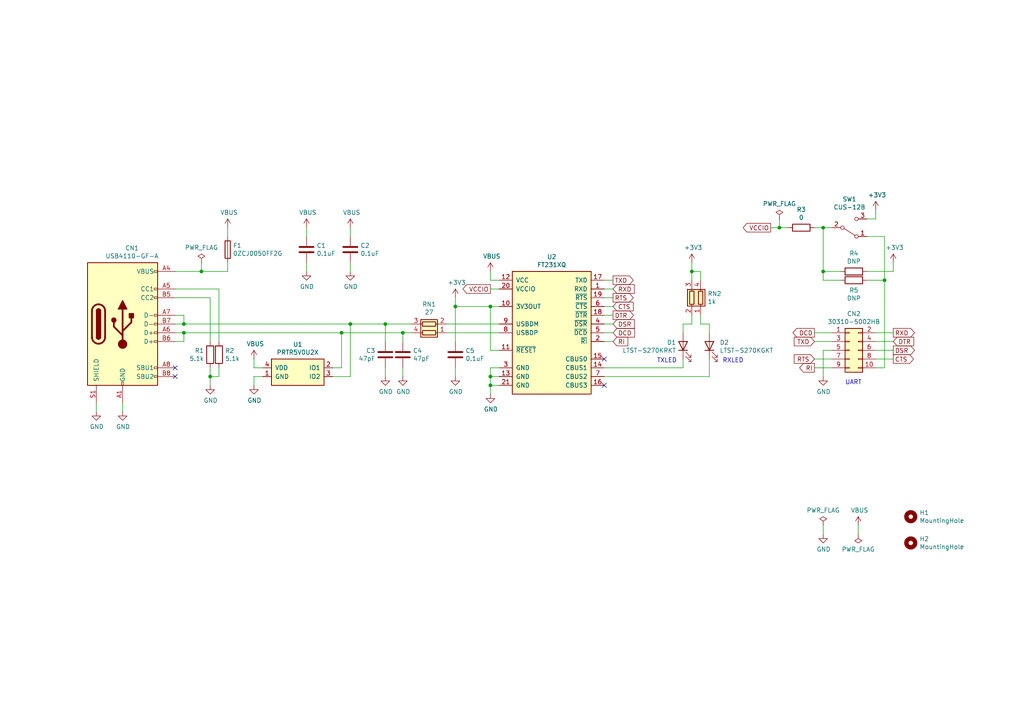
<source format=kicad_sch>
(kicad_sch (version 20230121) (generator eeschema)
  (paper "A4")
  (title_block (title "USB UART") (date "2019-12-30") (rev "2"))
  (lib_symbols
    (symbol "Connector_Generic:Conn_02x05_Odd_Even" (pin_names (offset 1.016) hide)
      (property "Reference" "J" (at 1.27 7.62 0))
      (property "Value" "Conn_02x05_Odd_Even" (at 1.27 -7.62 0))
      (symbol "Conn_02x05_Odd_Even_1_1"
        (rectangle (start -1.27 -4.953) (end 0 -5.207) (stroke (width 0.1524)))
        (rectangle (start -1.27 -2.413) (end 0 -2.667) (stroke (width 0.1524)))
        (rectangle (start -1.27 0.127) (end 0 -0.127) (stroke (width 0.1524)))
        (rectangle (start -1.27 2.667) (end 0 2.413) (stroke (width 0.1524)))
        (rectangle (start -1.27 5.207) (end 0 4.953) (stroke (width 0.1524)))
        (rectangle (start -1.27 6.35) (end 3.81 -6.35) (stroke (width 0.254)) (fill (type background)))
        (rectangle (start 3.81 -4.953) (end 2.54 -5.207) (stroke (width 0.1524)))
        (rectangle (start 3.81 -2.413) (end 2.54 -2.667) (stroke (width 0.1524)))
        (rectangle (start 3.81 0.127) (end 2.54 -0.127) (stroke (width 0.1524)))
        (rectangle (start 3.81 2.667) (end 2.54 2.413) (stroke (width 0.1524)))
        (rectangle (start 3.81 5.207) (end 2.54 4.953) (stroke (width 0.1524)))
        (pin passive line (at -5.08 5.08 0) (length 3.81) (name "Pin_1") (number "1"))
        (pin passive line (at 7.62 -5.08 180) (length 3.81) (name "Pin_10") (number "10"))
        (pin passive line (at 7.62 5.08 180) (length 3.81) (name "Pin_2") (number "2"))
        (pin passive line (at -5.08 2.54 0) (length 3.81) (name "Pin_3") (number "3"))
        (pin passive line (at 7.62 2.54 180) (length 3.81) (name "Pin_4") (number "4"))
        (pin passive line (at -5.08 0 0) (length 3.81) (name "Pin_5") (number "5"))
        (pin passive line (at 7.62 0 180) (length 3.81) (name "Pin_6") (number "6"))
        (pin passive line (at -5.08 -2.54 0) (length 3.81) (name "Pin_7") (number "7"))
        (pin passive line (at 7.62 -2.54 180) (length 3.81) (name "Pin_8") (number "8"))
        (pin passive line (at -5.08 -5.08 0) (length 3.81) (name "Pin_9") (number "9"))
      )
    )
    (symbol "Device:C" (pin_numbers hide) (pin_names (offset 0.254))
      (property "Reference" "C" (at 0.635 2.54 0))
      (property "Value" "C" (at 0.635 -2.54 0))
      (symbol "C_0_1"
        (polyline (pts (xy -2.032 -0.762) (xy 2.032 -0.762)) (stroke (width 0.508)))
        (polyline (pts (xy -2.032 0.762) (xy 2.032 0.762)) (stroke (width 0.508)))
      )
      (symbol "C_1_1"
        (pin passive line (at 0 3.81 270) (length 2.794) (name "~") (number "1"))
        (pin passive line (at 0 -3.81 90) (length 2.794) (name "~") (number "2"))
      )
    )
    (symbol "Device:Fuse" (pin_numbers hide) (pin_names (offset 0))
      (property "Reference" "F" (at 2.032 0 90))
      (property "Value" "Fuse" (at -1.905 0 90))
      (symbol "Fuse_0_1"
        (rectangle (start -0.762 -2.54) (end 0.762 2.54) (stroke (width 0.254)))
        (polyline (pts (xy 0 2.54) (xy 0 -2.54)))
      )
      (symbol "Fuse_1_1"
        (pin passive line (at 0 3.81 270) (length 1.27) (name "~") (number "1"))
        (pin passive line (at 0 -3.81 90) (length 1.27) (name "~") (number "2"))
      )
    )
    (symbol "Device:LED" (pin_numbers hide) (pin_names (offset 1.016) hide)
      (property "Reference" "D" (at 0 2.54 0))
      (property "Value" "LED" (at 0 -2.54 0))
      (symbol "LED_0_1"
        (polyline (pts (xy -1.27 -1.27) (xy -1.27 1.27)) (stroke (width 0.254)))
        (polyline (pts (xy -1.27 0) (xy 1.27 0)))
        (polyline (pts (xy 1.27 -1.27) (xy 1.27 1.27) (xy -1.27 0) (xy 1.27 -1.27)) (stroke (width 0.254)))
        (polyline (pts (xy -3.048 -0.762) (xy -4.572 -2.286) (xy -3.81 -2.286) (xy -4.572 -2.286) (xy -4.572 -1.524)))
        (polyline (pts (xy -1.778 -0.762) (xy -3.302 -2.286) (xy -2.54 -2.286) (xy -3.302 -2.286) (xy -3.302 -1.524)))
      )
      (symbol "LED_1_1"
        (pin passive line (at -3.81 0 0) (length 2.54) (name "K") (number "1"))
        (pin passive line (at 3.81 0 180) (length 2.54) (name "A") (number "2"))
      )
    )
    (symbol "Device:R" (pin_numbers hide) (pin_names (offset 0))
      (property "Reference" "R" (at 2.032 0 90))
      (property "Value" "R" (at 0 0 90))
      (symbol "R_0_1"
        (rectangle (start -1.016 -2.54) (end 1.016 2.54) (stroke (width 0.254)))
      )
      (symbol "R_1_1"
        (pin passive line (at 0 3.81 270) (length 1.27) (name "~") (number "1"))
        (pin passive line (at 0 -3.81 90) (length 1.27) (name "~") (number "2"))
      )
    )
    (symbol "Device:R_Pack02" (pin_names (offset 0) hide)
      (property "Reference" "RN" (at -5.08 0 90))
      (property "Value" "R_Pack02" (at 2.54 0 90))
      (symbol "R_Pack02_0_1"
        (rectangle (start -3.81 -2.413) (end 1.27 2.413) (stroke (width 0.254)) (fill (type background)))
        (rectangle (start -3.175 1.905) (end -1.905 -1.905) (stroke (width 0.254)))
        (rectangle (start -0.635 1.905) (end 0.635 -1.905) (stroke (width 0.254)))
        (polyline (pts (xy -2.54 -2.54) (xy -2.54 -1.905)))
        (polyline (pts (xy -2.54 1.905) (xy -2.54 2.54)))
        (polyline (pts (xy 0 -2.54) (xy 0 -1.905)))
        (polyline (pts (xy 0 1.905) (xy 0 2.54)))
      )
      (symbol "R_Pack02_1_1"
        (pin passive line (at -2.54 -5.08 90) (length 2.54) (name "R1.1") (number "1"))
        (pin passive line (at 0 -5.08 90) (length 2.54) (name "R2.1") (number "2"))
        (pin passive line (at 0 5.08 270) (length 2.54) (name "R2.2") (number "3"))
        (pin passive line (at -2.54 5.08 270) (length 2.54) (name "R1.2") (number "4"))
      )
    )
    (symbol "FTDI:FT231XQ" (pin_names (offset 1.016))
      (property "Reference" "U" (at -11.43 19.05 0))
      (property "Value" "FT231XQ" (at 11.43 19.05 0))
      (symbol "FT231XQ_0_1"
        (rectangle (start -11.43 17.78) (end 11.43 -17.78) (stroke (width 0.254)) (fill (type background)))
      )
      (symbol "FT231XQ_1_1"
        (pin input line (at 15.24 12.7 180) (length 3.81) (name "RXD") (number "1"))
        (pin power_out line (at -15.24 7.62 0) (length 3.81) (name "3V3OUT") (number "10"))
        (pin input line (at -15.24 -5.08 0) (length 3.81) (name "~{RESET}") (number "11"))
        (pin power_in line (at -15.24 15.24 0) (length 3.81) (name "VCC") (number "12"))
        (pin power_in line (at -15.24 -12.7 0) (length 3.81) (name "GND") (number "13"))
        (pin bidirectional line (at 15.24 -10.16 180) (length 3.81) (name "CBUS1") (number "14"))
        (pin bidirectional line (at 15.24 -7.62 180) (length 3.81) (name "CBUS0") (number "15"))
        (pin bidirectional line (at 15.24 -15.24 180) (length 3.81) (name "CBUS3") (number "16"))
        (pin output line (at 15.24 15.24 180) (length 3.81) (name "TXD") (number "17"))
        (pin output line (at 15.24 5.08 180) (length 3.81) (name "~{DTR}") (number "18"))
        (pin output line (at 15.24 10.16 180) (length 3.81) (name "~{RTS}") (number "19"))
        (pin input line (at 15.24 -2.54 180) (length 3.81) (name "~{RI}") (number "2"))
        (pin power_in line (at -15.24 12.7 0) (length 3.81) (name "VCCIO") (number "20"))
        (pin power_in line (at -15.24 -15.24 0) (length 3.81) (name "GND") (number "21"))
        (pin power_in line (at -15.24 -10.16 0) (length 3.81) (name "GND") (number "3"))
        (pin input line (at 15.24 2.54 180) (length 3.81) (name "~{DSR}") (number "4"))
        (pin input line (at 15.24 0 180) (length 3.81) (name "~{DCD}") (number "5"))
        (pin input line (at 15.24 7.62 180) (length 3.81) (name "~{CTS}") (number "6"))
        (pin bidirectional line (at 15.24 -12.7 180) (length 3.81) (name "CBUS2") (number "7"))
        (pin bidirectional line (at -15.24 0 0) (length 3.81) (name "USBDP") (number "8"))
        (pin bidirectional line (at -15.24 2.54 0) (length 3.81) (name "USBDM") (number "9"))
      )
    )
    (symbol "Mechanical:MountingHole" (pin_names (offset 1.016))
      (property "Reference" "H" (at 0 5.08 0))
      (property "Value" "MountingHole" (at 0 3.175 0))
      (symbol "MountingHole_0_1"
        (circle (center 0 0) (radius 1.27) (stroke (width 1.27)))
      )
    )
    (symbol "Nexperia:PRTR5V0U2X" (pin_names (offset 1.016))
      (property "Reference" "U" (at -7.62 3.81 0))
      (property "Value" "PRTR5V0U2X" (at 7.62 3.81 0))
      (symbol "PRTR5V0U2X_0_1"
        (rectangle (start -7.62 2.54) (end 7.62 -5.08) (stroke (width 0.254)) (fill (type background)))
      )
      (symbol "PRTR5V0U2X_1_1"
        (pin power_in line (at -10.16 -2.54 0) (length 2.54) (name "GND") (number "1"))
        (pin input line (at 10.16 0 180) (length 2.54) (name "IO1") (number "2"))
        (pin input line (at 10.16 -2.54 180) (length 2.54) (name "IO2") (number "3"))
        (pin power_in line (at -10.16 0 0) (length 2.54) (name "VDD") (number "4"))
      )
    )
    (symbol "Switch:SW_SPDT" (pin_names (offset 0) hide)
      (property "Reference" "SW" (at 0 4.318 0))
      (property "Value" "SW_SPDT" (at 0 -5.08 0))
      (symbol "SW_SPDT_0_0"
        (circle (center -2.032 0) (radius 0.508))
        (circle (center 2.032 -2.54) (radius 0.508))
      )
      (symbol "SW_SPDT_0_1"
        (polyline (pts (xy -1.524 0.254) (xy 1.651 2.286)))
        (circle (center 2.032 2.54) (radius 0.508))
      )
      (symbol "SW_SPDT_1_1"
        (pin passive line (at 5.08 2.54 180) (length 2.54) (name "A") (number "1"))
        (pin passive line (at -5.08 0 0) (length 2.54) (name "B") (number "2"))
        (pin passive line (at 5.08 -2.54 180) (length 2.54) (name "C") (number "3"))
      )
    )
    (symbol "power:+3V3" (power) (pin_names (offset 0))
      (property "Value" "+3V3" (at 0 3.556 0))
      (symbol "+3V3_0_1"
        (polyline (pts (xy -0.762 1.27) (xy 0 2.54)))
        (polyline (pts (xy 0 0) (xy 0 2.54)))
        (polyline (pts (xy 0 2.54) (xy 0.762 1.27)))
      )
      (symbol "+3V3_1_1"
        (pin power_in line (at 0 0 90) (length 0) hide (name "+3V3") (number "1"))
      )
    )
    (symbol "power:GND" (power) (pin_names (offset 0))
      (property "Value" "GND" (at 0 -3.81 0))
      (symbol "GND_0_1"
        (polyline (pts (xy 0 0) (xy 0 -1.27) (xy 1.27 -1.27) (xy 0 -2.54) (xy -1.27 -1.27) (xy 0 -1.27)))
      )
      (symbol "GND_1_1"
        (pin power_in line (at 0 0 270) (length 0) hide (name "GND") (number "1"))
      )
    )
    (symbol "power:PWR_FLAG" (power) (pin_numbers hide) (pin_names (offset 0) hide)
      (property "Value" "PWR_FLAG" (at 0 3.81 0))
      (symbol "PWR_FLAG_0_0"
        (pin power_out line (at 0 0 90) (length 0) (name "pwr") (number "1"))
      )
      (symbol "PWR_FLAG_0_1"
        (polyline (pts (xy 0 0) (xy 0 1.27) (xy -1.016 1.905) (xy 0 2.54) (xy 1.016 1.905) (xy 0 1.27)))
      )
    )
    (symbol "power:VBUS" (power) (pin_names (offset 0))
      (property "Value" "VBUS" (at 0 3.81 0))
      (symbol "VBUS_0_1"
        (polyline (pts (xy -0.762 1.27) (xy 0 2.54)))
        (polyline (pts (xy 0 0) (xy 0 2.54)))
        (polyline (pts (xy 0 2.54) (xy 0.762 1.27)))
      )
      (symbol "VBUS_1_1"
        (pin power_in line (at 0 0 90) (length 0) hide (name "VBUS") (number "1"))
      )
    )
    (symbol "usb-uart-rescue:USB_C_Receptacle_USB2.0-Connector" (pin_names (offset 1.016))
      (property "Reference" "J" (at -10.16 19.05 0))
      (property "Value" "Connector_USB_C_Receptacle_USB2.0" (at 19.05 19.05 0))
      (symbol "USB_C_Receptacle_USB2.0-Connector_0_0"
        (rectangle (start -0.254 -17.78) (end 0.254 -16.764))
        (rectangle (start 10.16 -14.986) (end 9.144 -15.494))
        (rectangle (start 10.16 -12.446) (end 9.144 -12.954))
        (rectangle (start 10.16 -4.826) (end 9.144 -5.334))
        (rectangle (start 10.16 -2.286) (end 9.144 -2.794))
        (rectangle (start 10.16 0.254) (end 9.144 -0.254))
        (rectangle (start 10.16 2.794) (end 9.144 2.286))
        (rectangle (start 10.16 7.874) (end 9.144 7.366))
        (rectangle (start 10.16 10.414) (end 9.144 9.906))
        (rectangle (start 10.16 15.494) (end 9.144 14.986))
      )
      (symbol "USB_C_Receptacle_USB2.0-Connector_0_1"
        (rectangle (start -10.16 17.78) (end 10.16 -17.78) (stroke (width 0.254)) (fill (type background)))
        (arc (start -8.89 -3.81) (mid -6.985 -5.7067) (end -5.08 -3.81) (stroke (width 0.508)))
        (arc (start -7.62 -3.81) (mid -6.985 -4.4423) (end -6.35 -3.81) (stroke (width 0.254)))
        (arc (start -7.62 -3.81) (mid -6.985 -4.4423) (end -6.35 -3.81) (stroke (width 0.254)) (fill (type outline)))
        (rectangle (start -7.62 -3.81) (end -6.35 3.81) (stroke (width 0.254)) (fill (type outline)))
        (arc (start -6.35 3.81) (mid -6.985 4.4423) (end -7.62 3.81) (stroke (width 0.254)))
        (arc (start -6.35 3.81) (mid -6.985 4.4423) (end -7.62 3.81) (stroke (width 0.254)) (fill (type outline)))
        (arc (start -5.08 3.81) (mid -6.985 5.7067) (end -8.89 3.81) (stroke (width 0.508)))
        (circle (center -2.54 1.143) (radius 0.635) (stroke (width 0.254)) (fill (type outline)))
        (circle (center 0 -5.842) (radius 1.27) (fill (type outline)))
        (polyline (pts (xy -8.89 -3.81) (xy -8.89 3.81)) (stroke (width 0.508)))
        (polyline (pts (xy -5.08 3.81) (xy -5.08 -3.81)) (stroke (width 0.508)))
        (polyline (pts (xy 0 -5.842) (xy 0 4.318)) (stroke (width 0.508)))
        (polyline (pts (xy 0 -3.302) (xy -2.54 -0.762) (xy -2.54 0.508)) (stroke (width 0.508)))
        (polyline (pts (xy 0 -2.032) (xy 2.54 0.508) (xy 2.54 1.778)) (stroke (width 0.508)))
        (polyline (pts (xy -1.27 4.318) (xy 0 6.858) (xy 1.27 4.318) (xy -1.27 4.318)) (stroke (width 0.254)) (fill (type outline)))
        (rectangle (start 1.905 1.778) (end 3.175 3.048) (stroke (width 0.254)) (fill (type outline)))
      )
      (symbol "USB_C_Receptacle_USB2.0-Connector_1_1"
        (pin power_in line (at 0 -22.86 90) (length 5.08) (name "GND") (number "A1"))
        (pin passive line (at 0 -22.86 90) (length 5.08) hide (name "GND") (number "A12"))
        (pin power_in line (at 15.24 15.24 180) (length 5.08) (name "VBUS") (number "A4"))
        (pin bidirectional line (at 15.24 10.16 180) (length 5.08) (name "CC1") (number "A5"))
        (pin bidirectional line (at 15.24 -2.54 180) (length 5.08) (name "D+") (number "A6"))
        (pin bidirectional line (at 15.24 2.54 180) (length 5.08) (name "D-") (number "A7"))
        (pin bidirectional line (at 15.24 -12.7 180) (length 5.08) (name "SBU1") (number "A8"))
        (pin passive line (at 15.24 15.24 180) (length 5.08) hide (name "VBUS") (number "A9"))
        (pin passive line (at 0 -22.86 90) (length 5.08) hide (name "GND") (number "B1"))
        (pin passive line (at 0 -22.86 90) (length 5.08) hide (name "GND") (number "B12"))
        (pin passive line (at 15.24 15.24 180) (length 5.08) hide (name "VBUS") (number "B4"))
        (pin bidirectional line (at 15.24 7.62 180) (length 5.08) (name "CC2") (number "B5"))
        (pin bidirectional line (at 15.24 -5.08 180) (length 5.08) (name "D+") (number "B6"))
        (pin bidirectional line (at 15.24 0 180) (length 5.08) (name "D-") (number "B7"))
        (pin bidirectional line (at 15.24 -15.24 180) (length 5.08) (name "SBU2") (number "B8"))
        (pin passive line (at 15.24 15.24 180) (length 5.08) hide (name "VBUS") (number "B9"))
        (pin passive line (at -7.62 -22.86 90) (length 5.08) (name "SHIELD") (number "S1"))
      )
    )
  )
  (junction (at 142.24 109.22))
  (junction (at 238.76 78.74))
  (junction (at 142.24 111.76))
  (junction (at 99.06 96.52))
  (junction (at 60.96 109.22))
  (junction (at 53.34 93.98))
  (junction (at 116.84 96.52))
  (junction (at 101.6 93.98))
  (junction (at 226.06 66.04))
  (junction (at 132.08 88.9))
  (junction (at 142.24 88.9))
  (junction (at 256.54 81.28))
  (junction (at 238.76 66.04))
  (junction (at 111.76 93.98))
  (junction (at 200.66 78.74))
  (junction (at 58.42 78.74))
  (junction (at 53.34 96.52))
  (no_connect (at 175.26 104.14))
  (no_connect (at 175.26 111.76))
  (no_connect (at 50.8 109.22))
  (no_connect (at 50.8 106.68))
  (wire (pts (xy 198.12 106.68) (xy 198.12 104.14)))
  (wire (pts (xy 66.04 76.2) (xy 66.04 78.74)))
  (wire (pts (xy 132.08 109.22) (xy 132.08 106.68)))
  (wire (pts (xy 203.2 93.98) (xy 205.74 93.98)))
  (wire (pts (xy 144.78 111.76) (xy 142.24 111.76)))
  (wire (pts (xy 200.66 76.2) (xy 200.66 78.74)))
  (wire (pts (xy 248.92 152.4) (xy 248.92 154.94)))
  (wire (pts (xy 226.06 63.5) (xy 226.06 66.04)))
  (wire (pts (xy 241.3 96.52) (xy 236.22 96.52)))
  (wire (pts (xy 60.96 86.36) (xy 60.96 99.06)))
  (wire (pts (xy 226.06 66.04) (xy 228.6 66.04)))
  (wire (pts (xy 238.76 66.04) (xy 241.3 66.04)))
  (wire (pts (xy 73.66 106.68) (xy 73.66 104.14)))
  (wire (pts (xy 203.2 91.44) (xy 203.2 93.98)))
  (wire (pts (xy 175.26 86.36) (xy 177.8 86.36)))
  (wire (pts (xy 142.24 101.6) (xy 144.78 101.6)))
  (wire (pts (xy 241.3 101.6) (xy 238.76 101.6)))
  (wire (pts (xy 53.34 96.52) (xy 99.06 96.52)))
  (wire (pts (xy 205.74 93.98) (xy 205.74 96.52)))
  (wire (pts (xy 60.96 106.68) (xy 60.96 109.22)))
  (wire (pts (xy 88.9 66.04) (xy 88.9 68.58)))
  (wire (pts (xy 144.78 106.68) (xy 142.24 106.68)))
  (wire (pts (xy 53.34 93.98) (xy 101.6 93.98)))
  (wire (pts (xy 175.26 91.44) (xy 177.8 91.44)))
  (wire (pts (xy 238.76 101.6) (xy 238.76 109.22)))
  (wire (pts (xy 76.2 106.68) (xy 73.66 106.68)))
  (wire (pts (xy 142.24 81.28) (xy 144.78 81.28)))
  (wire (pts (xy 111.76 93.98) (xy 111.76 99.06)))
  (wire (pts (xy 129.54 93.98) (xy 144.78 93.98)))
  (wire (pts (xy 175.26 96.52) (xy 177.8 96.52)))
  (wire (pts (xy 198.12 93.98) (xy 198.12 96.52)))
  (wire (pts (xy 254 106.68) (xy 256.54 106.68)))
  (wire (pts (xy 223.52 66.04) (xy 226.06 66.04)))
  (wire (pts (xy 144.78 88.9) (xy 142.24 88.9)))
  (wire (pts (xy 175.26 83.82) (xy 177.8 83.82)))
  (wire (pts (xy 50.8 78.74) (xy 58.42 78.74)))
  (wire (pts (xy 50.8 91.44) (xy 53.34 91.44)))
  (wire (pts (xy 101.6 93.98) (xy 101.6 109.22)))
  (wire (pts (xy 27.94 116.84) (xy 27.94 119.38)))
  (wire (pts (xy 96.52 109.22) (xy 101.6 109.22)))
  (wire (pts (xy 60.96 109.22) (xy 60.96 111.76)))
  (wire (pts (xy 73.66 109.22) (xy 73.66 111.76)))
  (wire (pts (xy 254 60.96) (xy 254 63.5)))
  (wire (pts (xy 53.34 93.98) (xy 50.8 93.98)))
  (wire (pts (xy 50.8 96.52) (xy 53.34 96.52)))
  (wire (pts (xy 175.26 106.68) (xy 198.12 106.68)))
  (wire (pts (xy 254 63.5) (xy 251.46 63.5)))
  (wire (pts (xy 96.52 106.68) (xy 99.06 106.68)))
  (wire (pts (xy 175.26 88.9) (xy 177.8 88.9)))
  (wire (pts (xy 241.3 99.06) (xy 236.22 99.06)))
  (wire (pts (xy 236.22 66.04) (xy 238.76 66.04)))
  (wire (pts (xy 101.6 93.98) (xy 111.76 93.98)))
  (wire (pts (xy 99.06 96.52) (xy 116.84 96.52)))
  (wire (pts (xy 142.24 88.9) (xy 132.08 88.9)))
  (wire (pts (xy 200.66 78.74) (xy 203.2 78.74)))
  (wire (pts (xy 142.24 88.9) (xy 142.24 101.6)))
  (wire (pts (xy 175.26 109.22) (xy 205.74 109.22)))
  (wire (pts (xy 132.08 88.9) (xy 132.08 99.06)))
  (wire (pts (xy 256.54 68.58) (xy 256.54 81.28)))
  (wire (pts (xy 142.24 78.74) (xy 142.24 81.28)))
  (wire (pts (xy 35.56 116.84) (xy 35.56 119.38)))
  (wire (pts (xy 53.34 99.06) (xy 50.8 99.06)))
  (wire (pts (xy 63.5 106.68) (xy 63.5 109.22)))
  (wire (pts (xy 111.76 93.98) (xy 119.38 93.98)))
  (wire (pts (xy 63.5 109.22) (xy 60.96 109.22)))
  (wire (pts (xy 58.42 76.2) (xy 58.42 78.74)))
  (wire (pts (xy 254 101.6) (xy 259.08 101.6)))
  (wire (pts (xy 236.22 106.68) (xy 241.3 106.68)))
  (wire (pts (xy 63.5 83.82) (xy 63.5 99.06)))
  (wire (pts (xy 58.42 78.74) (xy 66.04 78.74)))
  (wire (pts (xy 251.46 78.74) (xy 259.08 78.74)))
  (wire (pts (xy 53.34 96.52) (xy 53.34 99.06)))
  (wire (pts (xy 203.2 78.74) (xy 203.2 81.28)))
  (wire (pts (xy 238.76 81.28) (xy 243.84 81.28)))
  (wire (pts (xy 175.26 93.98) (xy 177.8 93.98)))
  (wire (pts (xy 144.78 109.22) (xy 142.24 109.22)))
  (wire (pts (xy 241.3 104.14) (xy 236.22 104.14)))
  (wire (pts (xy 251.46 68.58) (xy 256.54 68.58)))
  (wire (pts (xy 111.76 106.68) (xy 111.76 109.22)))
  (wire (pts (xy 177.8 99.06) (xy 175.26 99.06)))
  (wire (pts (xy 200.66 91.44) (xy 200.66 93.98)))
  (wire (pts (xy 238.76 154.94) (xy 238.76 152.4)))
  (wire (pts (xy 142.24 111.76) (xy 142.24 114.3)))
  (wire (pts (xy 129.54 96.52) (xy 144.78 96.52)))
  (wire (pts (xy 205.74 109.22) (xy 205.74 104.14)))
  (wire (pts (xy 142.24 109.22) (xy 142.24 111.76)))
  (wire (pts (xy 238.76 78.74) (xy 238.76 81.28)))
  (wire (pts (xy 76.2 109.22) (xy 73.66 109.22)))
  (wire (pts (xy 99.06 106.68) (xy 99.06 96.52)))
  (wire (pts (xy 238.76 66.04) (xy 238.76 78.74)))
  (wire (pts (xy 53.34 91.44) (xy 53.34 93.98)))
  (wire (pts (xy 254 96.52) (xy 259.08 96.52)))
  (wire (pts (xy 101.6 66.04) (xy 101.6 68.58)))
  (wire (pts (xy 66.04 66.04) (xy 66.04 68.58)))
  (wire (pts (xy 142.24 106.68) (xy 142.24 109.22)))
  (wire (pts (xy 116.84 106.68) (xy 116.84 109.22)))
  (wire (pts (xy 101.6 76.2) (xy 101.6 78.74)))
  (wire (pts (xy 251.46 81.28) (xy 256.54 81.28)))
  (wire (pts (xy 254 104.14) (xy 259.08 104.14)))
  (wire (pts (xy 200.66 93.98) (xy 198.12 93.98)))
  (wire (pts (xy 256.54 81.28) (xy 256.54 106.68)))
  (wire (pts (xy 116.84 96.52) (xy 119.38 96.52)))
  (wire (pts (xy 175.26 81.28) (xy 177.8 81.28)))
  (wire (pts (xy 200.66 78.74) (xy 200.66 81.28)))
  (wire (pts (xy 50.8 86.36) (xy 60.96 86.36)))
  (wire (pts (xy 254 99.06) (xy 259.08 99.06)))
  (wire (pts (xy 88.9 76.2) (xy 88.9 78.74)))
  (wire (pts (xy 50.8 83.82) (xy 63.5 83.82)))
  (wire (pts (xy 238.76 78.74) (xy 243.84 78.74)))
  (wire (pts (xy 132.08 86.36) (xy 132.08 88.9)))
  (wire (pts (xy 116.84 96.52) (xy 116.84 99.06)))
  (wire (pts (xy 259.08 76.2) (xy 259.08 78.74)))
  (wire (pts (xy 142.24 83.82) (xy 144.78 83.82)))
  (text "UART" (at 245.11 111.76 0) (effects (font (size 1.27 1.27)) (justify left bottom)))
  (text "RXLED" (at 209.55 105.41 0) (effects (font (size 1.27 1.27)) (justify left bottom)))
  (text "TXLED" (at 190.5 105.41 0) (effects (font (size 1.27 1.27)) (justify left bottom)))
  (global_label "DTR" (shape output) (at 177.8 91.44 0) (property "Intersheetrefs" "${INTERSHEET_REFS}" (effects hide)))
  (global_label "TXD" (shape input) (at 236.22 99.06 180) (property "Intersheetrefs" "${INTERSHEET_REFS}" (effects hide)))
  (global_label "RI" (shape input) (at 177.8 99.06 0) (property "Intersheetrefs" "${INTERSHEET_REFS}" (effects hide)))
  (global_label "RTS" (shape output) (at 177.8 86.36 0) (property "Intersheetrefs" "${INTERSHEET_REFS}" (effects hide)))
  (global_label "RI" (shape output) (at 236.22 106.68 180) (property "Intersheetrefs" "${INTERSHEET_REFS}" (effects hide)))
  (global_label "DTR" (shape input) (at 259.08 99.06 0) (property "Intersheetrefs" "${INTERSHEET_REFS}" (effects hide)))
  (global_label "CTS" (shape output) (at 259.08 104.14 0) (property "Intersheetrefs" "${INTERSHEET_REFS}" (effects hide)))
  (global_label "RXD" (shape input) (at 177.8 83.82 0) (property "Intersheetrefs" "${INTERSHEET_REFS}" (effects hide)))
  (global_label "VCCIO" (shape output) (at 142.24 83.82 180) (property "Intersheetrefs" "${INTERSHEET_REFS}" (effects hide)))
  (global_label "DCD" (shape input) (at 177.8 96.52 0) (property "Intersheetrefs" "${INTERSHEET_REFS}" (effects hide)))
  (global_label "DSR" (shape input) (at 177.8 93.98 0) (property "Intersheetrefs" "${INTERSHEET_REFS}" (effects hide)))
  (global_label "DCD" (shape output) (at 236.22 96.52 180) (property "Intersheetrefs" "${INTERSHEET_REFS}" (effects hide)))
  (global_label "DSR" (shape output) (at 259.08 101.6 0) (property "Intersheetrefs" "${INTERSHEET_REFS}" (effects hide)))
  (global_label "TXD" (shape output) (at 177.8 81.28 0) (property "Intersheetrefs" "${INTERSHEET_REFS}" (effects hide)))
  (global_label "RTS" (shape input) (at 236.22 104.14 180) (property "Intersheetrefs" "${INTERSHEET_REFS}" (effects hide)))
  (global_label "RXD" (shape output) (at 259.08 96.52 0) (property "Intersheetrefs" "${INTERSHEET_REFS}" (effects hide)))
  (global_label "VCCIO" (shape output) (at 223.52 66.04 180) (property "Intersheetrefs" "${INTERSHEET_REFS}" (effects hide)))
  (global_label "CTS" (shape input) (at 177.8 88.9 0) (property "Intersheetrefs" "${INTERSHEET_REFS}" (effects hide)))
  (symbol (lib_id "power:VBUS") (at 66.04 66.04 0) (unit 1)
    (property "Reference" "#PWR04" (effects hide))
    (property "Value" "VBUS" (at 66.421 61.6458 0))
  )
  (symbol (lib_id "Device:Fuse") (at 66.04 72.39 0) (unit 1)
    (property "Reference" "F1" (at 67.564 71.2216 0) (effects (justify left)))
    (property "Value" "0ZCJ0050FF2G" (at 67.564 73.533 0) (effects (justify left)))
    (property "Footprint" "Fuse:Fuse_1206_3216Metric" (effects hide))
  )
  (symbol (lib_id "Device:C") (at 111.76 102.87 0) (unit 1)
    (property "Reference" "C3" (at 108.8644 101.7016 0) (effects (justify right)))
    (property "Value" "47pF" (at 108.8644 104.013 0) (effects (justify right)))
    (property "Footprint" "Capacitor_SMD:C_0402_1005Metric" (effects hide))
  )
  (symbol (lib_id "Device:C") (at 116.84 102.87 0) (unit 1)
    (property "Reference" "C4" (at 119.761 101.7016 0) (effects (justify left)))
    (property "Value" "47pF" (at 119.761 104.013 0) (effects (justify left)))
    (property "Footprint" "Capacitor_SMD:C_0402_1005Metric" (effects hide))
  )
  (symbol (lib_id "power:GND") (at 111.76 109.22 0) (unit 1)
    (property "Reference" "#PWR011" (effects hide))
    (property "Value" "GND" (at 111.887 113.6142 0))
  )
  (symbol (lib_id "power:GND") (at 116.84 109.22 0) (unit 1)
    (property "Reference" "#PWR012" (effects hide))
    (property "Value" "GND" (at 116.967 113.6142 0))
  )
  (symbol (lib_id "Device:C") (at 88.9 72.39 0) (unit 1)
    (property "Reference" "C1" (at 91.821 71.2216 0) (effects (justify left)))
    (property "Value" "0.1uF" (at 91.821 73.533 0) (effects (justify left)))
    (property "Footprint" "Capacitor_SMD:C_0402_1005Metric" (effects hide))
  )
  (symbol (lib_id "power:GND") (at 88.9 78.74 0) (unit 1)
    (property "Reference" "#PWR08" (effects hide))
    (property "Value" "GND" (at 89.027 83.1342 0))
  )
  (symbol (lib_id "Mechanical:MountingHole") (at 264.16 149.86 0) (unit 1)
    (property "Reference" "H1" (at 266.7 148.6916 0) (effects (justify left)))
    (property "Value" "MountingHole" (at 266.7 151.003 0) (effects (justify left)))
    (property "Footprint" "MountingHole:MountingHole_2.2mm_M2" (effects hide))
  )
  (symbol (lib_id "Mechanical:MountingHole") (at 264.16 157.48 0) (unit 1)
    (property "Reference" "H2" (at 266.7 156.3116 0) (effects (justify left)))
    (property "Value" "MountingHole" (at 266.7 158.623 0) (effects (justify left)))
    (property "Footprint" "MountingHole:MountingHole_2.2mm_M2" (effects hide))
  )
  (symbol (lib_id "Device:C") (at 132.08 102.87 180) (unit 1)
    (property "Reference" "C5" (at 135.001 101.7016 0) (effects (justify right)))
    (property "Value" "0.1uF" (at 135.001 104.013 0) (effects (justify right)))
    (property "Footprint" "Capacitor_SMD:C_0402_1005Metric" (effects hide))
  )
  (symbol (lib_id "power:GND") (at 132.08 109.22 0) (unit 1)
    (property "Reference" "#PWR014" (effects hide))
    (property "Value" "GND" (at 132.207 113.6142 0))
  )
  (symbol (lib_id "Device:LED") (at 205.74 100.33 90) (unit 1)
    (property "Reference" "D2" (at 208.7372 99.3394 90) (effects (justify right)))
    (property "Value" "LTST-S270KGKT" (at 208.7372 101.6508 90) (effects (justify right)))
    (property "Footprint" "LED_SMD:LED_0603_1608Metric" (effects hide))
  )
  (symbol (lib_id "power:PWR_FLAG") (at 248.92 154.94 180) (unit 1)
    (property "Reference" "#FLG04" (effects hide))
    (property "Value" "PWR_FLAG" (at 248.92 159.3342 0))
  )
  (symbol (lib_id "Device:LED") (at 198.12 100.33 90) (unit 1)
    (property "Reference" "D1" (at 196.1134 99.3394 90) (effects (justify left)))
    (property "Value" "LTST-S270KRKT" (at 196.1134 101.6508 90) (effects (justify left)))
    (property "Footprint" "LED_SMD:LED_0603_1608Metric" (effects hide))
  )
  (symbol (lib_id "power:GND") (at 73.66 111.76 0) (unit 1)
    (property "Reference" "#PWR06" (effects hide))
    (property "Value" "GND" (at 73.787 116.1542 0))
  )
  (symbol (lib_id "Device:R_Pack02") (at 124.46 93.98 90) (unit 1)
    (property "Reference" "RN1" (at 124.46 88.265 90))
    (property "Value" "27" (at 124.46 90.5764 90))
    (property "Footprint" "Resistor_SMD:R_Array_Convex_2x0402" (effects hide))
  )
  (symbol (lib_id "power:PWR_FLAG") (at 226.06 63.5 0) (unit 1)
    (property "Reference" "#FLG02" (effects hide))
    (property "Value" "PWR_FLAG" (at 226.06 59.1058 0))
  )
  (symbol (lib_id "power:+3V3") (at 259.08 76.2 0) (unit 1)
    (property "Reference" "#PWR022" (effects hide))
    (property "Value" "+3V3" (at 259.461 71.8058 0))
  )
  (symbol (lib_id "power:GND") (at 101.6 78.74 0) (unit 1)
    (property "Reference" "#PWR010" (effects hide))
    (property "Value" "GND" (at 101.727 83.1342 0))
  )
  (symbol (lib_id "Device:C") (at 101.6 72.39 0) (unit 1)
    (property "Reference" "C2" (at 104.521 71.2216 0) (effects (justify left)))
    (property "Value" "0.1uF" (at 104.521 73.533 0) (effects (justify left)))
    (property "Footprint" "Capacitor_SMD:C_0402_1005Metric" (effects hide))
  )
  (symbol (lib_id "power:VBUS") (at 101.6 66.04 0) (unit 1)
    (property "Reference" "#PWR09" (effects hide))
    (property "Value" "VBUS" (at 101.981 61.6458 0))
  )
  (symbol (lib_id "Device:R") (at 247.65 78.74 90) (unit 1)
    (property "Reference" "R4" (at 247.65 73.4822 90))
    (property "Value" "DNP" (at 247.65 75.7936 90))
    (property "Footprint" "Resistor_SMD:R_0402_1005Metric" (effects hide))
  )
  (symbol (lib_id "Device:R") (at 247.65 81.28 90) (unit 1)
    (property "Reference" "R5" (at 247.65 84.201 90))
    (property "Value" "DNP" (at 247.65 86.5124 90))
    (property "Footprint" "Resistor_SMD:R_0402_1005Metric" (effects hide))
  )
  (symbol (lib_id "Device:R") (at 232.41 66.04 90) (unit 1)
    (property "Reference" "R3" (at 232.41 60.7822 90))
    (property "Value" "0" (at 232.41 63.0936 90))
    (property "Footprint" "Resistor_SMD:R_0402_1005Metric" (effects hide))
  )
  (symbol (lib_id "Connector_Generic:Conn_02x05_Odd_Even") (at 246.38 101.6 0) (unit 1)
    (property "Reference" "CN2" (at 247.65 91.0082 0))
    (property "Value" "30310-5002HB" (at 247.65 93.3196 0))
    (property "Footprint" "3M:30310-5002HB" (effects hide))
  )
  (symbol (lib_id "Switch:SW_SPDT") (at 246.38 66.04 0) (mirror x) (unit 1)
    (property "Reference" "SW1" (at 246.38 57.785 0))
    (property "Value" "CUS-12B" (at 246.38 60.0964 0))
    (property "Footprint" "NidecCopal:CUS-12B" (effects hide))
  )
  (symbol (lib_id "power:+3V3") (at 254 60.96 0) (unit 1)
    (property "Reference" "#PWR021" (effects hide))
    (property "Value" "+3V3" (at 254.381 56.5658 0))
  )
  (symbol (lib_id "Device:R") (at 60.96 102.87 180) (unit 1)
    (property "Reference" "R1" (at 59.182 101.7016 0) (effects (justify left)))
    (property "Value" "5.1k" (at 59.182 104.013 0) (effects (justify left)))
    (property "Footprint" "Resistor_SMD:R_0402_1005Metric" (effects hide))
  )
  (symbol (lib_id "power:GND") (at 238.76 109.22 0) (unit 1)
    (property "Reference" "#PWR018" (effects hide))
    (property "Value" "GND" (at 238.887 113.6142 0))
  )
  (symbol (lib_id "Device:R") (at 63.5 102.87 180) (unit 1)
    (property "Reference" "R2" (at 65.278 101.7016 0) (effects (justify right)))
    (property "Value" "5.1k" (at 65.278 104.013 0) (effects (justify right)))
    (property "Footprint" "Resistor_SMD:R_0402_1005Metric" (effects hide))
  )
  (symbol (lib_id "power:GND") (at 60.96 111.76 0) (unit 1)
    (property "Reference" "#PWR03" (effects hide))
    (property "Value" "GND" (at 61.087 116.1542 0))
  )
  (symbol (lib_id "usb-uart-rescue:USB_C_Receptacle_USB2.0-Connector") (at 35.56 93.98 0) (unit 1)
    (property "Reference" "CN1" (at 38.2778 71.9582 0))
    (property "Value" "USB4110-GF-A" (at 38.2778 74.2696 0))
    (property "Footprint" "GCT:USB4110-GF-A" (effects hide))
    (property "Datasheet" "https://www.usb.org/sites/default/files/documents/usb_type-c.zip" (effects hide))
  )
  (symbol (lib_id "power:GND") (at 35.56 119.38 0) (unit 1)
    (property "Reference" "#PWR02" (effects hide))
    (property "Value" "GND" (at 35.687 123.7742 0))
  )
  (symbol (lib_id "power:GND") (at 27.94 119.38 0) (unit 1)
    (property "Reference" "#PWR01" (effects hide))
    (property "Value" "GND" (at 28.067 123.7742 0))
  )
  (symbol (lib_id "power:VBUS") (at 73.66 104.14 0) (unit 1)
    (property "Reference" "#PWR05" (effects hide))
    (property "Value" "VBUS" (at 74.041 99.7458 0))
  )
  (symbol (lib_id "power:VBUS") (at 88.9 66.04 0) (unit 1)
    (property "Reference" "#PWR07" (effects hide))
    (property "Value" "VBUS" (at 89.281 61.6458 0))
  )
  (symbol (lib_id "power:VBUS") (at 248.92 152.4 0) (unit 1)
    (property "Reference" "#PWR020" (effects hide))
    (property "Value" "VBUS" (at 249.301 148.0058 0))
  )
  (symbol (lib_id "power:PWR_FLAG") (at 58.42 76.2 0) (unit 1)
    (property "Reference" "#FLG01" (effects hide))
    (property "Value" "PWR_FLAG" (at 58.42 71.8058 0))
  )
  (symbol (lib_id "power:GND") (at 238.76 154.94 0) (unit 1)
    (property "Reference" "#PWR019" (effects hide))
    (property "Value" "GND" (at 238.887 159.3342 0))
  )
  (symbol (lib_id "power:PWR_FLAG") (at 238.76 152.4 0) (unit 1)
    (property "Reference" "#FLG03" (effects hide))
    (property "Value" "PWR_FLAG" (at 238.76 148.0058 0))
  )
  (symbol (lib_id "Device:R_Pack02") (at 200.66 86.36 0) (mirror y) (unit 1)
    (property "Reference" "RN2" (at 205.232 85.1916 0) (effects (justify right)))
    (property "Value" "1k" (at 205.232 87.503 0) (effects (justify right)))
    (property "Footprint" "Resistor_SMD:R_Array_Convex_2x0402" (effects hide))
  )
  (symbol (lib_id "power:+3V3") (at 200.66 76.2 0) (unit 1)
    (property "Reference" "#PWR017" (effects hide))
    (property "Value" "+3V3" (at 201.041 71.8058 0))
  )
  (symbol (lib_id "FTDI:FT231XQ") (at 160.02 96.52 0) (unit 1)
    (property "Reference" "U2" (at 160.02 74.4982 0))
    (property "Value" "FT231XQ" (at 160.02 76.8096 0))
    (property "Footprint" "Package_DFN_QFN:QFN-20-1EP_4x4mm_P0.5mm_EP2.5x2.5mm" (effects hide))
    (property "Datasheet" "http://www.ftdichip.com/Products/ICs/FT231X.html" (effects hide))
  )
  (symbol (lib_id "power:GND") (at 142.24 114.3 0) (unit 1)
    (property "Reference" "#PWR016" (effects hide))
    (property "Value" "GND" (at 142.367 118.6942 0))
  )
  (symbol (lib_id "power:VBUS") (at 142.24 78.74 0) (unit 1)
    (property "Reference" "#PWR015" (effects hide))
    (property "Value" "VBUS" (at 142.621 74.3458 0))
  )
  (symbol (lib_id "power:+3V3") (at 132.08 86.36 0) (unit 1)
    (property "Reference" "#PWR013" (effects hide))
    (property "Value" "+3V3" (at 132.461 81.9658 0))
  )
  (symbol (lib_id "Nexperia:PRTR5V0U2X") (at 86.36 106.68 0) (unit 1)
    (property "Reference" "U1" (at 86.36 99.8982 0))
    (property "Value" "PRTR5V0U2X" (at 86.36 102.2096 0))
    (property "Footprint" "Nexperia:SOT-143B" (effects hide))
    (property "Datasheet" "https://assets.nexperia.com/documents/data-sheet/PRTR5V0U2X.pdf" (effects hide))
  )
)
</source>
